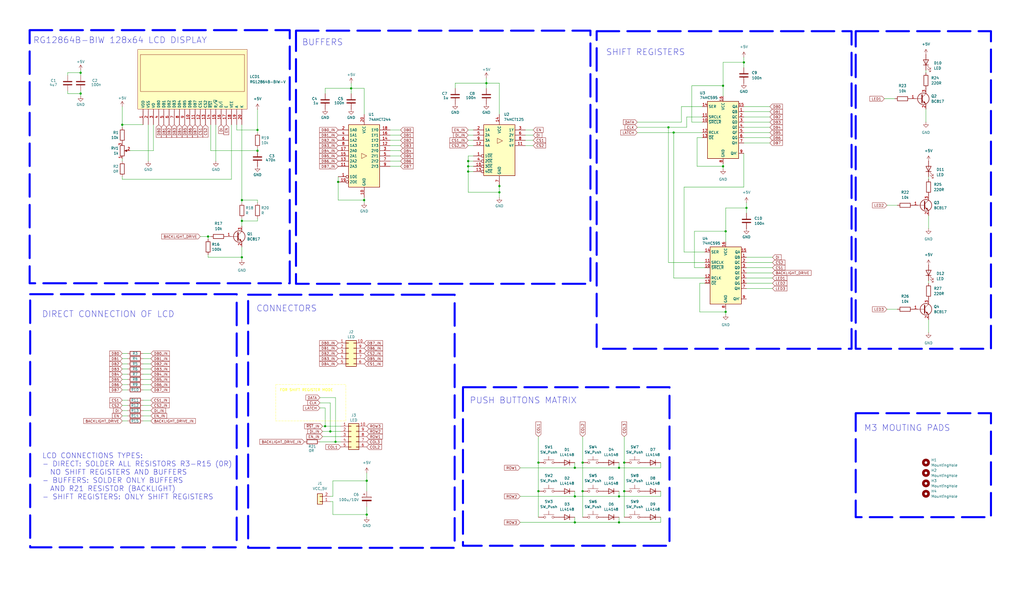
<source format=kicad_sch>
(kicad_sch (version 20250114) (generator "eeschema") (generator_version "9.0")
  (paper "User" 500 300)
  (rectangle (start 417.83 201.93) (end 483.87 252.73) (stroke (width 1) (type dash) (color 0 0 255 1)))
  (rectangle (start 226.06 189.23) (end 326.898 266.7) (stroke (width 1) (type dash) (color 0 0 255 1)))
  (rectangle (start 417.83 15.24) (end 483.87 170.434) (stroke (width 1) (type dash) (color 0 0 255 1)))
  (rectangle (start 291.338 15.24) (end 415.798 170.434) (stroke (width 1) (type dash) (color 0 0 255 1)))
  (rectangle (start 121.158 144.018) (end 221.996 267.716) (stroke (width 1) (type dash) (color 0 0 255 1)))
  (rectangle (start 14.478 14.732) (end 141.478 138.43) (stroke (width 1) (type dash) (color 0 0 255 1)))
  (rectangle (start 144.526 14.986) (end 288.29 138.684) (stroke (width 1) (type dash) (color 0 0 255 1)))
  (rectangle (start 14.732 143.764) (end 115.57 267.462) (stroke (width 1) (type dash) (color 0 0 255 1)))
  (rectangle (start 134.62 187.96) (end 168.91 205.74) (stroke (width 0.1) (type dash) (color 255 255 0 1)))
  (text "DIRECT CONNECTION OF LCD" (at 52.832 153.67 0) (effects (font (size 3 3))))
  (text "M3 MOUTING PADS" (at 442.976 209.296 0) (effects (font (size 3 3))))
  (text "PUSH BUTTONS MATRIX" (at 255.524 195.834 0) (effects (font (size 3 3))))
  (text "CONNECTORS" (at 139.954 150.876 0) (effects (font (size 3 3))))
  (text "LCD CONNECTIONS TYPES:\n- DIRECT: SOLDER ALL RESISTORS R3-R15 (0R)\n  NO SHIFT REGISTERS AND BUFFERS\n- BUFFERS: SOLDER ONLY BUFFERS \n  AND R21 RESISTOR (BACKLIGHT)\n- SHIFT REGISTERS: ONLY SHIFT REGISTERS" (at 20.574 232.918 0) (effects (font (size 2.5 2.5)) (justify left)))
  (text "BUFFERS" (at 157.48 20.828 0) (effects (font (size 3 3))))
  (text "RG12864B-BIW 128x64 LCD DISPLAY" (at 58.674 19.812 0) (effects (font (size 3 3))))
  (text "FOR SHIFT REGISTER MODE" (at 149.606 190.754 0) (effects (font (size 1.27 1.27))))
  (text "SHIFT REGISTERS" (at 315.214 25.654 0) (effects (font (size 3 3))))
  (junction (at 304.8 240.03))
  (junction (at 125.73 73.66))
  (junction (at 228.6 78.74))
  (junction (at 228.6 83.82))
  (junction (at 118.11 97.79))
  (junction (at 39.37 45.72))
  (junction (at 363.22 30.48))
  (junction (at 326.39 62.23))
  (junction (at 354.33 113.03))
  (junction (at 177.8 97.79))
  (junction (at 302.26 242.57))
  (junction (at 243.84 90.932))
  (junction (at 280.67 228.6))
  (junction (at 353.06 81.28))
  (junction (at 328.93 64.77))
  (junction (at 304.8 226.06))
  (junction (at 158.75 208.28))
  (junction (at 284.48 240.03))
  (junction (at 364.49 101.6))
  (junction (at 179.07 234.95))
  (junction (at 284.48 226.06))
  (junction (at 171.45 43.18))
  (junction (at 228.6 81.28))
  (junction (at 101.6 115.57))
  (junction (at 262.89 240.03))
  (junction (at 353.06 41.91))
  (junction (at 302.26 228.6))
  (junction (at 354.33 152.4))
  (junction (at 165.1 88.9))
  (junction (at 280.67 255.27))
  (junction (at 243.84 93.98))
  (junction (at 118.11 107.95))
  (junction (at 280.67 242.57))
  (junction (at 118.11 125.73))
  (junction (at 125.73 63.5))
  (junction (at 302.26 255.27))
  (junction (at 262.89 226.06))
  (junction (at 179.07 251.46))
  (junction (at 237.49 40.64))
  (junction (at 59.69 60.96))
  (junction (at 161.29 210.82))
  (junction (at 39.37 35.56))
  (junction (at 163.83 215.9))
  (wire (pts (xy 377.19 140.97) (xy 364.49 140.97)))
  (wire (pts (xy 195.58 81.28) (xy 190.5 81.28)))
  (wire (pts (xy 73.66 175.26) (xy 69.85 175.26)))
  (wire (pts (xy 73.66 180.34) (xy 69.85 180.34)))
  (wire (pts (xy 228.6 71.12) (xy 231.14 71.12)))
  (wire (pts (xy 326.39 62.23) (xy 326.39 128.27)))
  (wire (pts (xy 125.73 72.39) (xy 125.73 73.66)))
  (wire (pts (xy 62.23 203.2) (xy 59.69 203.2)))
  (wire (pts (xy 322.58 240.03) (xy 322.58 242.57)))
  (wire (pts (xy 254 242.57) (xy 280.67 242.57)))
  (wire (pts (xy 156.21 196.85) (xy 161.29 196.85)))
  (wire (pts (xy 243.84 55.88) (xy 243.84 40.64)))
  (wire (pts (xy 342.9 57.15) (xy 335.28 57.15)))
  (wire (pts (xy 284.48 226.06) (xy 284.48 240.03)))
  (wire (pts (xy 102.87 73.66) (xy 125.73 73.66)))
  (wire (pts (xy 157.48 213.36) (xy 166.37 213.36)))
  (wire (pts (xy 115.57 63.5) (xy 125.73 63.5)))
  (wire (pts (xy 73.66 190.5) (xy 69.85 190.5)))
  (wire (pts (xy 364.49 101.6) (xy 364.49 104.14)))
  (wire (pts (xy 364.49 130.81) (xy 377.19 130.81)))
  (wire (pts (xy 335.28 62.23) (xy 326.39 62.23)))
  (wire (pts (xy 118.11 125.73) (xy 118.11 127)))
  (wire (pts (xy 364.49 99.06) (xy 364.49 101.6)))
  (wire (pts (xy 156.21 194.31) (xy 163.83 194.31)))
  (wire (pts (xy 228.6 78.74) (xy 231.14 78.74)))
  (wire (pts (xy 344.17 138.43) (xy 341.63 138.43)))
  (wire (pts (xy 62.23 177.8) (xy 59.69 177.8)))
  (wire (pts (xy 33.02 35.56) (xy 33.02 36.83)))
  (wire (pts (xy 342.9 59.69) (xy 337.82 59.69)))
  (wire (pts (xy 340.36 81.28) (xy 353.06 81.28)))
  (wire (pts (xy 280.67 255.27) (xy 302.26 255.27)))
  (wire (pts (xy 364.49 101.6) (xy 354.33 101.6)))
  (wire (pts (xy 260.35 66.04) (xy 256.54 66.04)))
  (wire (pts (xy 62.23 185.42) (xy 59.69 185.42)))
  (wire (pts (xy 39.37 34.29) (xy 39.37 35.56)))
  (wire (pts (xy 118.11 107.95) (xy 125.73 107.95)))
  (wire (pts (xy 195.58 71.12) (xy 190.5 71.12)))
  (wire (pts (xy 328.93 64.77) (xy 328.93 135.89)))
  (wire (pts (xy 339.09 113.03) (xy 354.33 113.03)))
  (wire (pts (xy 363.22 67.31) (xy 375.92 67.31)))
  (wire (pts (xy 162.56 242.57) (xy 162.56 234.95)))
  (wire (pts (xy 311.15 64.77) (xy 328.93 64.77)))
  (wire (pts (xy 243.84 93.98) (xy 228.6 93.98)))
  (wire (pts (xy 354.33 101.6) (xy 354.33 113.03)))
  (wire (pts (xy 228.6 83.82) (xy 231.14 83.82)))
  (wire (pts (xy 328.93 135.89) (xy 344.17 135.89)))
  (wire (pts (xy 195.58 66.04) (xy 190.5 66.04)))
  (wire (pts (xy 431.8 48.26) (xy 436.88 48.26)))
  (wire (pts (xy 158.75 208.28) (xy 166.37 208.28)))
  (wire (pts (xy 364.49 133.35) (xy 377.19 133.35)))
  (wire (pts (xy 118.11 120.65) (xy 118.11 125.73)))
  (wire (pts (xy 39.37 46.99) (xy 39.37 45.72)))
  (wire (pts (xy 163.83 215.9) (xy 166.37 215.9)))
  (wire (pts (xy 179.07 251.46) (xy 179.07 252.73)))
  (wire (pts (xy 339.09 130.81) (xy 339.09 113.03)))
  (wire (pts (xy 337.82 59.69) (xy 337.82 41.91)))
  (wire (pts (xy 326.39 62.23) (xy 311.15 62.23)))
  (wire (pts (xy 115.57 60.96) (xy 115.57 63.5)))
  (wire (pts (xy 453.39 86.36) (xy 453.39 87.63)))
  (wire (pts (xy 363.22 54.61) (xy 375.92 54.61)))
  (wire (pts (xy 228.6 76.2) (xy 228.6 78.74)))
  (wire (pts (xy 62.23 182.88) (xy 59.69 182.88)))
  (wire (pts (xy 280.67 252.73) (xy 280.67 255.27)))
  (wire (pts (xy 326.39 128.27) (xy 344.17 128.27)))
  (wire (pts (xy 237.49 40.64) (xy 237.49 43.18)))
  (wire (pts (xy 118.11 107.95) (xy 118.11 110.49)))
  (wire (pts (xy 237.49 38.1) (xy 237.49 40.64)))
  (wire (pts (xy 62.23 200.66) (xy 59.69 200.66)))
  (wire (pts (xy 228.6 81.28) (xy 231.14 81.28)))
  (wire (pts (xy 59.69 60.96) (xy 69.85 60.96)))
  (wire (pts (xy 243.84 90.932) (xy 243.84 93.98)))
  (wire (pts (xy 63.5 73.66) (xy 74.93 73.66)))
  (wire (pts (xy 62.23 187.96) (xy 59.69 187.96)))
  (wire (pts (xy 228.6 68.58) (xy 231.14 68.58)))
  (wire (pts (xy 243.84 96.52) (xy 243.84 93.98)))
  (wire (pts (xy 73.66 195.58) (xy 69.85 195.58)))
  (wire (pts (xy 165.1 97.79) (xy 165.1 88.9)))
  (wire (pts (xy 262.89 252.73) (xy 262.89 240.03)))
  (wire (pts (xy 195.58 68.58) (xy 190.5 68.58)))
  (wire (pts (xy 62.23 190.5) (xy 59.69 190.5)))
  (wire (pts (xy 179.07 247.65) (xy 179.07 251.46)))
  (wire (pts (xy 377.19 138.43) (xy 364.49 138.43)))
  (wire (pts (xy 179.07 234.95) (xy 179.07 240.03)))
  (wire (pts (xy 101.6 115.57) (xy 102.87 115.57)))
  (wire (pts (xy 304.8 213.36) (xy 304.8 226.06)))
  (wire (pts (xy 195.58 73.66) (xy 190.5 73.66)))
  (wire (pts (xy 161.29 196.85) (xy 161.29 210.82)))
  (wire (pts (xy 332.74 59.69) (xy 311.15 59.69)))
  (wire (pts (xy 228.6 81.28) (xy 228.6 83.82)))
  (wire (pts (xy 165.1 88.9) (xy 165.1 86.36)))
  (wire (pts (xy 62.23 175.26) (xy 59.69 175.26)))
  (wire (pts (xy 195.58 76.2) (xy 190.5 76.2)))
  (wire (pts (xy 39.37 35.56) (xy 39.37 36.83)))
  (wire (pts (xy 118.11 97.79) (xy 118.11 99.06)))
  (wire (pts (xy 73.66 172.72) (xy 69.85 172.72)))
  (wire (pts (xy 162.56 251.46) (xy 162.56 245.11)))
  (wire (pts (xy 260.35 71.12) (xy 256.54 71.12)))
  (wire (pts (xy 228.6 63.5) (xy 231.14 63.5)))
  (wire (pts (xy 161.29 242.57) (xy 162.56 242.57)))
  (wire (pts (xy 177.8 99.06) (xy 177.8 97.79)))
  (wire (pts (xy 302.26 226.06) (xy 302.26 228.6)))
  (wire (pts (xy 73.66 187.96) (xy 69.85 187.96)))
  (wire (pts (xy 304.8 240.03) (xy 304.8 252.73)))
  (wire (pts (xy 254 228.6) (xy 280.67 228.6)))
  (wire (pts (xy 363.22 57.15) (xy 375.92 57.15)))
  (wire (pts (xy 171.45 43.18) (xy 171.45 45.72)))
  (wire (pts (xy 256.54 68.58) (xy 260.35 68.58)))
  (wire (pts (xy 59.69 87.63) (xy 59.69 86.36)))
  (wire (pts (xy 243.84 90.17) (xy 243.84 90.932)))
  (wire (pts (xy 161.29 210.82) (xy 166.37 210.82)))
  (wire (pts (xy 113.03 60.96) (xy 113.03 87.63)))
  (wire (pts (xy 157.48 208.28) (xy 158.75 208.28)))
  (wire (pts (xy 59.69 52.07) (xy 59.69 60.96)))
  (wire (pts (xy 280.67 240.03) (xy 280.67 242.57)))
  (wire (pts (xy 33.02 45.72) (xy 33.02 44.45)))
  (wire (pts (xy 72.39 78.74) (xy 72.39 60.96)))
  (wire (pts (xy 354.33 152.4) (xy 354.33 153.67)))
  (wire (pts (xy 101.6 124.46) (xy 101.6 125.73)))
  (wire (pts (xy 228.6 66.04) (xy 231.14 66.04)))
  (wire (pts (xy 363.22 59.69) (xy 375.92 59.69)))
  (wire (pts (xy 363.22 91.44) (xy 363.22 74.93)))
  (wire (pts (xy 62.23 180.34) (xy 59.69 180.34)))
  (wire (pts (xy 101.6 125.73) (xy 118.11 125.73)))
  (wire (pts (xy 171.45 40.64) (xy 171.45 43.18)))
  (wire (pts (xy 304.8 226.06) (xy 304.8 240.03)))
  (wire (pts (xy 177.8 55.88) (xy 177.8 43.18)))
  (wire (pts (xy 162.56 245.11) (xy 161.29 245.11)))
  (wire (pts (xy 280.67 226.06) (xy 280.67 228.6)))
  (wire (pts (xy 341.63 152.4) (xy 354.33 152.4)))
  (wire (pts (xy 195.58 78.74) (xy 190.5 78.74)))
  (wire (pts (xy 340.36 67.31) (xy 340.36 81.28)))
  (wire (pts (xy 280.67 242.57) (xy 302.26 242.57)))
  (wire (pts (xy 322.58 226.06) (xy 322.58 228.6)))
  (wire (pts (xy 353.06 80.01) (xy 353.06 81.28)))
  (wire (pts (xy 302.26 242.57) (xy 322.58 242.57)))
  (wire (pts (xy 59.69 87.63) (xy 113.03 87.63)))
  (wire (pts (xy 377.19 135.89) (xy 364.49 135.89)))
  (wire (pts (xy 157.48 210.82) (xy 161.29 210.82)))
  (wire (pts (xy 73.66 203.2) (xy 69.85 203.2)))
  (wire (pts (xy 332.74 52.07) (xy 332.74 59.69)))
  (wire (pts (xy 334.01 123.19) (xy 334.01 91.44)))
  (wire (pts (xy 222.25 43.18) (xy 222.25 40.64)))
  (wire (pts (xy 125.73 63.5) (xy 125.73 64.77)))
  (wire (pts (xy 118.11 97.79) (xy 125.73 97.79)))
  (wire (pts (xy 39.37 45.72) (xy 33.02 45.72)))
  (wire (pts (xy 73.66 177.8) (xy 69.85 177.8)))
  (wire (pts (xy 254 255.27) (xy 280.67 255.27)))
  (wire (pts (xy 302.26 252.73) (xy 302.26 255.27)))
  (wire (pts (xy 337.82 41.91) (xy 353.06 41.91)))
  (wire (pts (xy 62.23 205.74) (xy 59.69 205.74)))
  (wire (pts (xy 62.23 198.12) (xy 59.69 198.12)))
  (wire (pts (xy 73.66 200.66) (xy 69.85 200.66)))
  (wire (pts (xy 118.11 106.68) (xy 118.11 107.95)))
  (wire (pts (xy 334.01 91.44) (xy 363.22 91.44)))
  (wire (pts (xy 363.22 30.48) (xy 353.06 30.48)))
  (wire (pts (xy 228.6 76.2) (xy 231.14 76.2)))
  (wire (pts (xy 354.33 113.03) (xy 354.33 118.11)))
  (wire (pts (xy 118.11 60.96) (xy 118.11 97.79)))
  (wire (pts (xy 177.8 97.79) (xy 165.1 97.79)))
  (wire (pts (xy 62.23 195.58) (xy 59.69 195.58)))
  (wire (pts (xy 453.39 156.21) (xy 453.39 162.56)))
  (wire (pts (xy 156.21 199.39) (xy 158.75 199.39)))
  (wire (pts (xy 162.56 234.95) (xy 179.07 234.95)))
  (wire (pts (xy 342.9 67.31) (xy 340.36 67.31)))
  (wire (pts (xy 101.6 115.57) (xy 101.6 116.84)))
  (wire (pts (xy 453.39 105.41) (xy 453.39 111.76)))
  (wire (pts (xy 62.23 172.72) (xy 59.69 172.72)))
  (wire (pts (xy 280.67 228.6) (xy 302.26 228.6)))
  (wire (pts (xy 354.33 151.13) (xy 354.33 152.4)))
  (wire (pts (xy 158.75 45.72) (xy 158.75 43.18)))
  (wire (pts (xy 222.25 40.64) (xy 237.49 40.64)))
  (wire (pts (xy 363.22 30.48) (xy 363.22 33.02)))
  (wire (pts (xy 364.49 128.27) (xy 377.19 128.27)))
  (wire (pts (xy 363.22 27.94) (xy 363.22 30.48)))
  (wire (pts (xy 322.58 252.73) (xy 322.58 255.27)))
  (wire (pts (xy 59.69 77.47) (xy 59.69 78.74)))
  (wire (pts (xy 105.41 60.96) (xy 105.41 78.74)))
  (wire (pts (xy 262.89 226.06) (xy 262.89 240.03)))
  (wire (pts (xy 73.66 182.88) (xy 69.85 182.88)))
  (wire (pts (xy 97.79 115.57) (xy 101.6 115.57)))
  (wire (pts (xy 156.21 215.9) (xy 163.83 215.9)))
  (wire (pts (xy 163.83 194.31) (xy 163.83 215.9)))
  (wire (pts (xy 125.73 106.68) (xy 125.73 107.95)))
  (wire (pts (xy 302.26 240.03) (xy 302.26 242.57)))
  (wire (pts (xy 363.22 69.85) (xy 375.92 69.85)))
  (wire (pts (xy 452.12 53.34) (xy 452.12 59.69)))
  (wire (pts (xy 328.93 64.77) (xy 342.9 64.77)))
  (wire (pts (xy 125.73 97.79) (xy 125.73 99.06)))
  (wire (pts (xy 344.17 123.19) (xy 334.01 123.19)))
  (wire (pts (xy 158.75 43.18) (xy 171.45 43.18)))
  (wire (pts (xy 228.6 83.82) (xy 228.6 93.98)))
  (wire (pts (xy 284.48 213.36) (xy 284.48 226.06)))
  (wire (pts (xy 177.8 97.79) (xy 177.8 96.52)))
  (wire (pts (xy 433.07 100.33) (xy 438.15 100.33)))
  (wire (pts (xy 353.06 81.28) (xy 353.06 82.55)))
  (wire (pts (xy 284.48 240.03) (xy 284.48 252.73)))
  (wire (pts (xy 33.02 35.56) (xy 39.37 35.56)))
  (wire (pts (xy 73.66 185.42) (xy 69.85 185.42)))
  (wire (pts (xy 341.63 138.43) (xy 341.63 152.4)))
  (wire (pts (xy 363.22 64.77) (xy 375.92 64.77)))
  (wire (pts (xy 177.8 43.18) (xy 171.45 43.18)))
  (wire (pts (xy 195.58 63.5) (xy 190.5 63.5)))
  (wire (pts (xy 302.26 228.6) (xy 322.58 228.6)))
  (wire (pts (xy 260.35 63.5) (xy 256.54 63.5)))
  (wire (pts (xy 59.69 60.96) (xy 59.69 62.23)))
  (wire (pts (xy 179.07 231.14) (xy 179.07 234.95)))
  (wire (pts (xy 335.28 57.15) (xy 335.28 62.23)))
  (wire (pts (xy 344.17 130.81) (xy 339.09 130.81)))
  (wire (pts (xy 302.26 255.27) (xy 322.58 255.27)))
  (wire (pts (xy 453.39 137.16) (xy 453.39 138.43)))
  (wire (pts (xy 452.12 34.29) (xy 452.12 35.56)))
  (wire (pts (xy 74.93 73.66) (xy 74.93 60.96)))
  (wire (pts (xy 243.84 40.64) (xy 237.49 40.64)))
  (wire (pts (xy 433.07 151.13) (xy 438.15 151.13)))
  (wire (pts (xy 125.73 63.5) (xy 125.73 53.34)))
  (wire (pts (xy 353.06 41.91) (xy 353.06 46.99)))
  (wire (pts (xy 39.37 45.72) (xy 39.37 44.45)))
  (wire (pts (xy 102.87 60.96) (xy 102.87 73.66)))
  (wire (pts (xy 228.6 78.74) (xy 228.6 81.28)))
  (wire (pts (xy 73.66 205.74) (xy 69.85 205.74)))
  (wire (pts (xy 353.06 30.48) (xy 353.06 41.91)))
  (wire (pts (xy 363.22 62.23) (xy 375.92 62.23)))
  (wire (pts (xy 179.07 251.46) (xy 162.56 251.46)))
  (wire (pts (xy 364.49 125.73) (xy 377.19 125.73)))
  (wire (pts (xy 158.75 199.39) (xy 158.75 208.28)))
  (wire (pts (xy 342.9 52.07) (xy 332.74 52.07)))
  (wire (pts (xy 262.89 226.06) (xy 262.89 213.36)))
  (wire (pts (xy 363.22 52.07) (xy 375.92 52.07)))
  (wire (pts (xy 73.66 198.12) (xy 69.85 198.12)))
  (global_label "ROW2" (shape input) (at 179.07 210.82 0) (property "Intersheetrefs" "${INTERSHEET_REFS}" (effects (hide yes))))
  (global_label "DB2" (shape input) (at 375.92 57.15 0) (property "Intersheetrefs" "${INTERSHEET_REFS}" (effects (hide yes))))
  (global_label "DB7" (shape input) (at 195.58 81.28 0) (property "Intersheetrefs" "${INTERSHEET_REFS}" (effects (hide yes))))
  (global_label "CS2_IN" (shape input) (at 228.6 71.12 180) (property "Intersheetrefs" "${INTERSHEET_REFS}" (effects (hide yes))))
  (global_label "COL2" (shape input) (at 179.07 218.44 0) (property "Intersheetrefs" "${INTERSHEET_REFS}" (effects (hide yes))))
  (global_label "DB7" (shape input) (at 375.92 69.85 0) (property "Intersheetrefs" "${INTERSHEET_REFS}" (effects (hide yes))))
  (global_label "COL2" (shape input) (at 284.48 213.36 90) (property "Intersheetrefs" "${INTERSHEET_REFS}" (effects (hide yes))))
  (global_label "ROW3" (shape input) (at 179.07 208.28 0) (property "Intersheetrefs" "${INTERSHEET_REFS}" (effects (hide yes))))
  (global_label "DB0_IN" (shape input) (at 165.1 167.64 180) (property "Intersheetrefs" "${INTERSHEET_REFS}" (effects (hide yes))))
  (global_label "EN" (shape input) (at 260.35 63.5 0) (property "Intersheetrefs" "${INTERSHEET_REFS}" (effects (hide yes))))
  (global_label "DB3_IN" (shape input) (at 73.66 180.34 0) (property "Intersheetrefs" "${INTERSHEET_REFS}" (effects (hide yes))))
  (global_label "DB7" (shape input) (at 59.69 190.5 180) (property "Intersheetrefs" "${INTERSHEET_REFS}" (effects (hide yes))))
  (global_label "CS2_IN" (shape input) (at 73.66 198.12 0) (property "Intersheetrefs" "${INTERSHEET_REFS}" (effects (hide yes))))
  (global_label "LATCH" (shape input) (at 156.21 199.39 180) (property "Intersheetrefs" "${INTERSHEET_REFS}" (effects (hide yes))))
  (global_label "DB7" (shape input) (at 95.25 60.96 270) (property "Intersheetrefs" "${INTERSHEET_REFS}" (effects (hide yes))))
  (global_label "DB2" (shape input) (at 59.69 177.8 180) (property "Intersheetrefs" "${INTERSHEET_REFS}" (effects (hide yes))))
  (global_label "BACKLIGHT_DRIVE_IN" (shape input) (at 148.59 215.9 180) (property "Intersheetrefs" "${INTERSHEET_REFS}" (effects (hide yes))))
  (global_label "EN_IN" (shape input) (at 228.6 63.5 180) (property "Intersheetrefs" "${INTERSHEET_REFS}" (effects (hide yes))))
  (global_label "LED1" (shape input) (at 377.19 135.89 0) (property "Intersheetrefs" "${INTERSHEET_REFS}" (effects (hide yes))))
  (global_label "CLK" (shape input) (at 311.15 62.23 180) (property "Intersheetrefs" "${INTERSHEET_REFS}" (effects (hide yes))))
  (global_label "DB2" (shape input) (at 195.58 68.58 0) (property "Intersheetrefs" "${INTERSHEET_REFS}" (effects (hide yes))))
  (global_label "DB2" (shape input) (at 82.55 60.96 270) (property "Intersheetrefs" "${INTERSHEET_REFS}" (effects (hide yes))))
  (global_label "DB5_IN" (shape input) (at 165.1 76.2 180) (property "Intersheetrefs" "${INTERSHEET_REFS}" (effects (hide yes))))
  (global_label "EN" (shape input) (at 110.49 60.96 270) (property "Intersheetrefs" "${INTERSHEET_REFS}" (effects (hide yes))))
  (global_label "LED3" (shape input) (at 377.19 140.97 0) (property "Intersheetrefs" "${INTERSHEET_REFS}" (effects (hide yes))))
  (global_label "DB6_IN" (shape input) (at 165.1 78.74 180) (property "Intersheetrefs" "${INTERSHEET_REFS}" (effects (hide yes))))
  (global_label "CS1" (shape input) (at 59.69 195.58 180) (property "Intersheetrefs" "${INTERSHEET_REFS}" (effects (hide yes))))
  (global_label "DB5_IN" (shape input) (at 73.66 185.42 0) (property "Intersheetrefs" "${INTERSHEET_REFS}" (effects (hide yes))))
  (global_label "CS2" (shape input) (at 59.69 198.12 180) (property "Intersheetrefs" "${INTERSHEET_REFS}" (effects (hide yes))))
  (global_label "DATA" (shape input) (at 156.21 194.31 180) (property "Intersheetrefs" "${INTERSHEET_REFS}" (effects (hide yes))))
  (global_label "DB0" (shape input) (at 195.58 63.5 0) (property "Intersheetrefs" "${INTERSHEET_REFS}" (effects (hide yes))))
  (global_label "CS1_IN" (shape input) (at 177.8 177.8 0) (property "Intersheetrefs" "${INTERSHEET_REFS}" (effects (hide yes))))
  (global_label "DI" (shape input) (at 107.95 60.96 270) (property "Intersheetrefs" "${INTERSHEET_REFS}" (effects (hide yes))))
  (global_label "DB4" (shape input) (at 195.58 73.66 0) (property "Intersheetrefs" "${INTERSHEET_REFS}" (effects (hide yes))))
  (global_label "DB1_IN" (shape input) (at 165.1 66.04 180) (property "Intersheetrefs" "${INTERSHEET_REFS}" (effects (hide yes))))
  (global_label "DB0_IN" (shape input) (at 165.1 63.5 180) (property "Intersheetrefs" "${INTERSHEET_REFS}" (effects (hide yes))))
  (global_label "DB6_IN" (shape input) (at 177.8 170.18 0) (property "Intersheetrefs" "${INTERSHEET_REFS}" (effects (hide yes))))
  (global_label "DB6" (shape input) (at 92.71 60.96 270) (property "Intersheetrefs" "${INTERSHEET_REFS}" (effects (hide yes))))
  (global_label "DB3" (shape input) (at 59.69 180.34 180) (property "Intersheetrefs" "${INTERSHEET_REFS}" (effects (hide yes))))
  (global_label "COL3" (shape input) (at 304.8 213.36 90) (property "Intersheetrefs" "${INTERSHEET_REFS}" (effects (hide yes))))
  (global_label "LED2" (shape input) (at 433.07 100.33 180) (property "Intersheetrefs" "${INTERSHEET_REFS}" (effects (hide yes))))
  (global_label "ROW1" (shape input) (at 179.07 213.36 0) (property "Intersheetrefs" "${INTERSHEET_REFS}" (effects (hide yes))))
  (global_label "DB2_IN" (shape input) (at 73.66 177.8 0) (property "Intersheetrefs" "${INTERSHEET_REFS}" (effects (hide yes))))
  (global_label "DB5_IN" (shape input) (at 177.8 175.26 0) (property "Intersheetrefs" "${INTERSHEET_REFS}" (effects (hide yes))))
  (global_label "DB2_IN" (shape input) (at 165.1 172.72 180) (property "Intersheetrefs" "${INTERSHEET_REFS}" (effects (hide yes))))
  (global_label "DB0" (shape input) (at 59.69 172.72 180) (property "Intersheetrefs" "${INTERSHEET_REFS}" (effects (hide yes))))
  (global_label "DB0" (shape input) (at 77.47 60.96 270) (property "Intersheetrefs" "${INTERSHEET_REFS}" (effects (hide yes))))
  (global_label "DB4_IN" (shape input) (at 73.66 182.88 0) (property "Intersheetrefs" "${INTERSHEET_REFS}" (effects (hide yes))))
  (global_label "BACKLIGHT_DRIVE" (shape input) (at 59.69 205.74 180) (property "Intersheetrefs" "${INTERSHEET_REFS}" (effects (hide yes))))
  (global_label "DB5" (shape input) (at 59.69 185.42 180) (property "Intersheetrefs" "${INTERSHEET_REFS}" (effects (hide yes))))
  (global_label "DB1_IN" (shape input) (at 165.1 170.18 180) (property "Intersheetrefs" "${INTERSHEET_REFS}" (effects (hide yes))))
  (global_label "ROW1" (shape input) (at 254 228.6 180) (property "Intersheetrefs" "${INTERSHEET_REFS}" (effects (hide yes))))
  (global_label "DB1" (shape input) (at 59.69 175.26 180) (property "Intersheetrefs" "${INTERSHEET_REFS}" (effects (hide yes))))
  (global_label "LED2" (shape input) (at 377.19 138.43 0) (property "Intersheetrefs" "${INTERSHEET_REFS}" (effects (hide yes))))
  (global_label "EN" (shape input) (at 59.69 203.2 180) (property "Intersheetrefs" "${INTERSHEET_REFS}" (effects (hide yes))))
  (global_label "DB7_IN" (shape input) (at 73.66 190.5 0) (property "Intersheetrefs" "${INTERSHEET_REFS}" (effects (hide yes))))
  (global_label "DB3" (shape input) (at 195.58 71.12 0) (property "Intersheetrefs" "${INTERSHEET_REFS}" (effects (hide yes))))
  (global_label "DB1" (shape input) (at 375.92 54.61 0) (property "Intersheetrefs" "${INTERSHEET_REFS}" (effects (hide yes))))
  (global_label "DB7_IN" (shape input) (at 165.1 81.28 180) (property "Intersheetrefs" "${INTERSHEET_REFS}" (effects (hide yes))))
  (global_label "LED1" (shape input) (at 431.8 48.26 180) (property "Intersheetrefs" "${INTERSHEET_REFS}" (effects (hide yes))))
  (global_label "DI" (shape input) (at 377.19 125.73 0) (property "Intersheetrefs" "${INTERSHEET_REFS}" (effects (hide yes))))
  (global_label "CS1_IN" (shape input) (at 228.6 68.58 180) (property "Intersheetrefs" "${INTERSHEET_REFS}" (effects (hide yes))))
  (global_label "ROW3" (shape input) (at 254 255.27 180) (property "Intersheetrefs" "${INTERSHEET_REFS}" (effects (hide yes))))
  (global_label "DI_IN" (shape input) (at 157.48 210.82 180) (property "Intersheetrefs" "${INTERSHEET_REFS}" (effects (hide yes))))
  (global_label "DB7_IN" (shape input) (at 177.8 167.64 0) (property "Intersheetrefs" "${INTERSHEET_REFS}" (effects (hide yes))))
  (global_label "DB2_IN" (shape input) (at 165.1 68.58 180) (property "Intersheetrefs" "${INTERSHEET_REFS}" (effects (hide yes))))
  (global_label "CS2" (shape input) (at 260.35 71.12 0) (property "Intersheetrefs" "${INTERSHEET_REFS}" (effects (hide yes))))
  (global_label "DB1" (shape input) (at 80.01 60.96 270) (property "Intersheetrefs" "${INTERSHEET_REFS}" (effects (hide yes))))
  (global_label "COL1" (shape input) (at 166.37 218.44 180) (property "Intersheetrefs" "${INTERSHEET_REFS}" (effects (hide yes))))
  (global_label "DB3_IN" (shape input) (at 165.1 71.12 180) (property "Intersheetrefs" "${INTERSHEET_REFS}" (effects (hide yes))))
  (global_label "DB5" (shape input) (at 375.92 64.77 0) (property "Intersheetrefs" "${INTERSHEET_REFS}" (effects (hide yes))))
  (global_label "LATCH" (shape input) (at 311.15 64.77 180) (property "Intersheetrefs" "${INTERSHEET_REFS}" (effects (hide yes))))
  (global_label "DB5" (shape input) (at 90.17 60.96 270) (property "Intersheetrefs" "${INTERSHEET_REFS}" (effects (hide yes))))
  (global_label "DI_IN" (shape input) (at 228.6 66.04 180) (property "Intersheetrefs" "${INTERSHEET_REFS}" (effects (hide yes))))
  (global_label "DB3" (shape input) (at 375.92 59.69 0) (property "Intersheetrefs" "${INTERSHEET_REFS}" (effects (hide yes))))
  (global_label "DB4" (shape input) (at 59.69 182.88 180) (property "Intersheetrefs" "${INTERSHEET_REFS}" (effects (hide yes))))
  (global_label "COL1" (shape input) (at 262.89 213.36 90) (property "Intersheetrefs" "${INTERSHEET_REFS}" (effects (hide yes))))
  (global_label "CS2" (shape input) (at 377.19 128.27 0) (property "Intersheetrefs" "${INTERSHEET_REFS}" (effects (hide yes))))
  (global_label "DB6_IN" (shape input) (at 73.66 187.96 0) (property "Intersheetrefs" "${INTERSHEET_REFS}" (effects (hide yes))))
  (global_label "DB3_IN" (shape input) (at 165.1 175.26 180) (property "Intersheetrefs" "${INTERSHEET_REFS}" (effects (hide yes))))
  (global_label "DI" (shape input) (at 260.35 66.04 0) (property "Intersheetrefs" "${INTERSHEET_REFS}" (effects (hide yes))))
  (global_label "DB0_IN" (shape input) (at 73.66 172.72 0) (property "Intersheetrefs" "${INTERSHEET_REFS}" (effects (hide yes))))
  (global_label "BACKLIGHT_DRIVE_IN" (shape input) (at 73.66 205.74 0) (property "Intersheetrefs" "${INTERSHEET_REFS}" (effects (hide yes))))
  (global_label "DB4_IN" (shape input) (at 165.1 73.66 180) (property "Intersheetrefs" "${INTERSHEET_REFS}" (effects (hide yes))))
  (global_label "CS1" (shape input) (at 377.19 130.81 0) (property "Intersheetrefs" "${INTERSHEET_REFS}" (effects (hide yes))))
  (global_label "BACKLIGHT_DRIVE" (shape input) (at 97.79 115.57 180) (property "Intersheetrefs" "${INTERSHEET_REFS}" (effects (hide yes))))
  (global_label "DB0" (shape input) (at 375.92 52.07 0) (property "Intersheetrefs" "${INTERSHEET_REFS}" (effects (hide yes))))
  (global_label "DB3" (shape input) (at 85.09 60.96 270) (property "Intersheetrefs" "${INTERSHEET_REFS}" (effects (hide yes))))
  (global_label "DB4" (shape input) (at 375.92 62.23 0) (property "Intersheetrefs" "${INTERSHEET_REFS}" (effects (hide yes))))
  (global_label "EN_IN" (shape input) (at 73.66 203.2 0) (property "Intersheetrefs" "${INTERSHEET_REFS}" (effects (hide yes))))
  (global_label "DB6" (shape input) (at 195.58 78.74 0) (property "Intersheetrefs" "${INTERSHEET_REFS}" (effects (hide yes))))
  (global_label "EN_IN" (shape input) (at 157.48 213.36 180) (property "Intersheetrefs" "${INTERSHEET_REFS}" (effects (hide yes))))
  (global_label "DB1" (shape input) (at 195.58 66.04 0) (property "Intersheetrefs" "${INTERSHEET_REFS}" (effects (hide yes))))
  (global_label "DB1_IN" (shape input) (at 73.66 175.26 0) (property "Intersheetrefs" "${INTERSHEET_REFS}" (effects (hide yes))))
  (global_label "CS2_IN" (shape input) (at 177.8 172.72 0) (property "Intersheetrefs" "${INTERSHEET_REFS}" (effects (hide yes))))
  (global_label "ROW2" (shape input) (at 254 242.57 180) (property "Intersheetrefs" "${INTERSHEET_REFS}" (effects (hide yes))))
  (global_label "DB6" (shape input) (at 375.92 67.31 0) (property "Intersheetrefs" "${INTERSHEET_REFS}" (effects (hide yes))))
  (global_label "LED3" (shape input) (at 433.07 151.13 180) (property "Intersheetrefs" "${INTERSHEET_REFS}" (effects (hide yes))))
  (global_label "CS1_IN" (shape input) (at 73.66 195.58 0) (property "Intersheetrefs" "${INTERSHEET_REFS}" (effects (hide yes))))
  (global_label "~{RST}_IN" (shape input) (at 157.48 208.28 180) (property "Intersheetrefs" "${INTERSHEET_REFS}" (effects (hide yes))))
  (global_label "DB6" (shape input) (at 59.69 187.96 180) (property "Intersheetrefs" "${INTERSHEET_REFS}" (effects (hide yes))))
  (global_label "CS1" (shape input) (at 97.79 60.96 270) (property "Intersheetrefs" "${INTERSHEET_REFS}" (effects (hide yes))))
  (global_label "BACKLIGHT_DRIVE" (shape input) (at 377.19 133.35 0) (property "Intersheetrefs" "${INTERSHEET_REFS}" (effects (hide yes))))
  (global_label "COL3" (shape input) (at 179.07 215.9 0) (property "Intersheetrefs" "${INTERSHEET_REFS}" (effects (hide yes))))
  (global_label "CS1" (shape input) (at 260.35 68.58 0) (property "Intersheetrefs" "${INTERSHEET_REFS}" (effects (hide yes))))
  (global_label "DI" (shape input) (at 59.69 200.66 180) (property "Intersheetrefs" "${INTERSHEET_REFS}" (effects (hide yes))))
  (global_label "DATA" (shape input) (at 311.15 59.69 180) (property "Intersheetrefs" "${INTERSHEET_REFS}" (effects (hide yes))))
  (global_label "CS2" (shape input) (at 100.33 60.96 270) (property "Intersheetrefs" "${INTERSHEET_REFS}" (effects (hide yes))))
  (global_label "DB4" (shape input) (at 87.63 60.96 270) (property "Intersheetrefs" "${INTERSHEET_REFS}" (effects (hide yes))))
  (global_label "DB4_IN" (shape input) (at 165.1 177.8 180) (property "Intersheetrefs" "${INTERSHEET_REFS}" (effects (hide yes))))
  (global_label "DI_IN" (shape input) (at 73.66 200.66 0) (property "Intersheetrefs" "${INTERSHEET_REFS}" (effects (hide yes))))
  (global_label "DB5" (shape input) (at 195.58 76.2 0) (property "Intersheetrefs" "${INTERSHEET_REFS}" (effects (hide yes))))
  (global_label "CLK" (shape input) (at 156.21 196.85 180) (property "Intersheetrefs" "${INTERSHEET_REFS}" (effects (hide yes))))
  (symbol (lib_id "power:+5V") (at 39.37 34.29 0) (unit 1)
    (property "Reference" "#PWR01" (effects (hide yes)))
    (property "Value" "+5V" (at 39.37 30.1569 0))
    (property "Description" "Power symbol creates a global label with name \"+5V\"" (effects (hide yes)))
  )
  (symbol (lib_id "Switch:SW_Push") (at 289.56 226.06 0) (unit 1)
    (property "Reference" "SW4" (at 289.56 218.44 0))
    (property "Value" "SW_Push" (at 289.56 220.98 0))
    (property "Footprint" "My-Footprints:SW_PUSH_6mm" (effects (hide yes)))
    (property "Description" "Push button switch, generic, two pins" (effects (hide yes)))
  )
  (symbol (lib_id "power:+5V") (at 453.39 78.74 0) (unit 1)
    (property "Reference" "#PWR027" (effects (hide yes)))
    (property "Value" "+5V" (at 453.39 73.66 0))
    (property "Description" "Power symbol creates a global label with name \"+5V\"" (effects (hide yes)))
  )
  (symbol (lib_id "Device:R") (at 66.04 190.5 90) (unit 1)
    (property "Reference" "R10" (at 67.818 190.5 90) (effects (justify left)))
    (property "Value" "0R" (effects (hide yes)))
    (property "Footprint" "Resistor_SMD:R_0805_2012Metric_Pad1.20x1.40mm_HandSolder" (effects (hide yes)))
    (property "Description" "Resistor" (effects (hide yes)))
  )
  (symbol (lib_id "Device:R_Potentiometer") (at 59.69 73.66 0) (mirror x) (unit 1)
    (property "Reference" "RV1" (at 57.912 72.4478 0) (effects (justify right)))
    (property "Value" "1k" (at 57.912 74.8721 0) (effects (justify right)))
    (property "Footprint" "Potentiometer_THT:Potentiometer_ACP_CA9-V10_Vertical_Hole" (effects (hide yes)))
    (property "Description" "Potentiometer" (effects (hide yes)))
  )
  (symbol (lib_id "Diode:LL4148") (at 298.45 252.73 180) (unit 1)
    (property "Reference" "D6" (at 298.45 246.38 0))
    (property "Value" "LL4148" (at 298.45 248.92 0))
    (property "Footprint" "Diode_SMD:D_MiniMELF" (effects (hide yes)))
    (property "Datasheet" "http://www.vishay.com/docs/85557/ll4148.pdf" (effects (hide yes)))
    (property "Description" "100V 0.15A standard switching diode, MiniMELF" (effects (hide yes)))
    (property "Sim.Device" "D" (effects (hide yes)))
    (property "Sim.Pins" "1=K 2=A" (effects (hide yes)))
  )
  (symbol (lib_id "Device:R") (at 106.68 115.57 90) (unit 1)
    (property "Reference" "R17" (at 106.68 109.22 90))
    (property "Value" "10k" (at 106.68 111.76 90))
    (property "Footprint" "Resistor_SMD:R_0805_2012Metric_Pad1.20x1.40mm_HandSolder" (effects (hide yes)))
    (property "Description" "Resistor" (effects (hide yes)))
  )
  (symbol (lib_id "Diode:LL4148") (at 276.86 240.03 180) (unit 1)
    (property "Reference" "D2" (at 276.86 233.68 0))
    (property "Value" "LL4148" (at 276.86 236.22 0))
    (property "Footprint" "Diode_SMD:D_MiniMELF" (effects (hide yes)))
    (property "Datasheet" "http://www.vishay.com/docs/85557/ll4148.pdf" (effects (hide yes)))
    (property "Description" "100V 0.15A standard switching diode, MiniMELF" (effects (hide yes)))
    (property "Sim.Device" "D" (effects (hide yes)))
    (property "Sim.Pins" "1=K 2=A" (effects (hide yes)))
  )
  (symbol (lib_id "Device:R") (at 59.69 66.04 0) (mirror y) (unit 1)
    (property "Reference" "R1" (at 57.912 64.8278 0) (effects (justify left)))
    (property "Value" "10k" (at 57.912 67.2521 0) (effects (justify left)))
    (property "Footprint" "Resistor_SMD:R_0805_2012Metric_Pad1.20x1.40mm_HandSolder" (effects (hide yes)))
    (property "Description" "Resistor" (effects (hide yes)))
  )
  (symbol (lib_id "Device:R") (at 66.04 203.2 90) (unit 1)
    (property "Reference" "R14" (at 67.818 203.2 90) (effects (justify left)))
    (property "Value" "0R" (effects (hide yes)))
    (property "Footprint" "Resistor_SMD:R_0805_2012Metric_Pad1.20x1.40mm_HandSolder" (effects (hide yes)))
    (property "Description" "Resistor" (effects (hide yes)))
  )
  (symbol (lib_id "My-Lib:RG12864B-BIW-V") (at 120.65 53.34 0) (unit 1)
    (property "Reference" "LCD1" (at 121.92 37.4649 0) (effects (justify left)))
    (property "Value" "RG12864B-BIW-V" (at 121.92 40.0049 0) (effects (justify left)))
    (property "Footprint" "My-Footprints-displays:RG12864B_FULL" (effects (hide yes)))
    (property "Datasheet" "https://www.tme.eu/Document/b0a3d4143b6845d2f1c76727d41198ca/RG12864B-BIW-V.pdf" (effects (hide yes)))
  )
  (symbol (lib_id "Device:R") (at 125.73 102.87 0) (unit 1)
    (property "Reference" "R20" (at 127.508 101.6 0) (effects (justify left)))
    (property "Value" "R" (at 127.508 104.14 0) (effects (justify left)))
    (property "Footprint" "Resistor_SMD:R_1206_3216Metric" (effects (hide yes)))
    (property "Description" "Resistor" (effects (hide yes)))
  )
  (symbol (lib_id "Device:C") (at 363.22 36.83 0) (unit 1)
    (property "Reference" "C9" (at 367.03 35.5599 0) (effects (justify left)))
    (property "Value" "100n" (at 367.03 38.0999 0) (effects (justify left)))
    (property "Footprint" "Capacitor_SMD:C_0805_2012Metric" (effects (hide yes)))
    (property "Description" "Unpolarized capacitor" (effects (hide yes)))
  )
  (symbol (lib_id "Device:R") (at 101.6 120.65 180) (unit 1)
    (property "Reference" "R16" (at 103.378 119.4378 0) (effects (justify right)))
    (property "Value" "100k" (at 103.378 121.8621 0) (effects (justify right)))
    (property "Footprint" "Resistor_SMD:R_0805_2012Metric_Pad1.20x1.40mm_HandSolder" (effects (hide yes)))
    (property "Description" "Resistor" (effects (hide yes)))
  )
  (symbol (lib_id "power:GND") (at 177.8 99.06 0) (unit 1)
    (property "Reference" "#PWR012" (effects (hide yes)))
    (property "Value" "GND" (at 177.8 103.1931 0))
    (property "Description" "Power symbol creates a global label with name \"GND\" , ground" (effects (hide yes)))
  )
  (symbol (lib_id "Device:R") (at 118.11 102.87 0) (unit 1)
    (property "Reference" "R18" (at 119.888 101.6 0) (effects (justify left)))
    (property "Value" "R" (at 119.888 104.14 0) (effects (justify left)))
    (property "Footprint" "Resistor_SMD:R_1206_3216Metric" (effects (hide yes)))
    (property "Description" "Resistor" (effects (hide yes)))
  )
  (symbol (lib_id "Device:R") (at 66.04 180.34 90) (unit 1)
    (property "Reference" "R6" (at 67.31 180.34 90) (effects (justify left)))
    (property "Value" "0R" (effects (hide yes)))
    (property "Footprint" "Resistor_SMD:R_0805_2012Metric_Pad1.20x1.40mm_HandSolder" (effects (hide yes)))
    (property "Description" "Resistor" (effects (hide yes)))
  )
  (symbol (lib_id "power:GND") (at 72.39 78.74 0) (unit 1)
    (property "Reference" "#PWR04" (effects (hide yes)))
    (property "Value" "GND" (at 72.39 82.8731 0))
    (property "Description" "Power symbol creates a global label with name \"GND\" , ground" (effects (hide yes)))
  )
  (symbol (lib_id "Transistor_BJT:BC817") (at 450.85 100.33 0) (unit 1)
    (property "Reference" "Q3" (at 455.93 99.0599 0) (effects (justify left)))
    (property "Value" "BC817" (at 455.93 101.5999 0) (effects (justify left)))
    (property "Footprint" "Package_TO_SOT_SMD:SOT-23" (effects (hide yes)))
    (property "Datasheet" "https://www.onsemi.com/pub/Collateral/BC818-D.pdf" (effects (hide yes)))
    (property "Description" "0.8A Ic, 45V Vce, NPN Transistor, SOT-23" (effects (hide yes)))
  )
  (symbol (lib_id "Device:LED") (at 452.12 30.48 90) (unit 1)
    (property "Reference" "D10" (at 455.93 30.7974 90) (effects (justify right)))
    (property "Value" "LED" (at 455.93 33.3374 90) (effects (justify right)))
    (property "Footprint" "LED_THT:LED_D5.0mm" (effects (hide yes)))
    (property "Description" "Light emitting diode" (effects (hide yes)))
    (property "Sim.Pins" "1=K 2=A" (effects (hide yes)))
  )
  (symbol (lib_id "Switch:SW_Push") (at 289.56 252.73 0) (unit 1)
    (property "Reference" "SW6" (at 289.56 245.11 0))
    (property "Value" "SW_Push" (at 289.56 247.65 0))
    (property "Footprint" "My-Footprints:SW_PUSH_6mm" (effects (hide yes)))
    (property "Description" "Push button switch, generic, two pins" (effects (hide yes)))
  )
  (symbol (lib_id "Switch:SW_Push") (at 309.88 226.06 0) (unit 1)
    (property "Reference" "SW7" (at 309.88 218.44 0))
    (property "Value" "SW_Push" (at 309.88 220.98 0))
    (property "Footprint" "My-Footprints:SW_PUSH_6mm" (effects (hide yes)))
    (property "Description" "Push button switch, generic, two pins" (effects (hide yes)))
  )
  (symbol (lib_id "Device:R") (at 152.4 215.9 90) (unit 1)
    (property "Reference" "R21" (at 154.432 218.186 90) (effects (justify left)))
    (property "Value" "0R" (at 153.416 220.218 90) (effects (justify left)))
    (property "Footprint" "Resistor_SMD:R_0805_2012Metric_Pad1.20x1.40mm_HandSolder" (effects (hide yes)))
    (property "Description" "Resistor" (effects (hide yes)))
  )
  (symbol (lib_id "power:GND") (at 222.25 50.8 0) (unit 1)
    (property "Reference" "#PWR015" (effects (hide yes)))
    (property "Value" "GND" (at 222.25 54.9331 0))
    (property "Description" "Power symbol creates a global label with name \"GND\" , ground" (effects (hide yes)))
  )
  (symbol (lib_id "Device:C") (at 39.37 40.64 0) (mirror y) (unit 1)
    (property "Reference" "C2" (at 44.958 39.37 0) (effects (justify right)))
    (property "Value" "100n" (at 44.45 41.402 0) (effects (justify right)))
    (property "Footprint" "Capacitor_SMD:C_0805_2012Metric_Pad1.18x1.45mm_HandSolder" (effects (hide yes)))
    (property "Description" "Unpolarized capacitor" (effects (hide yes)))
  )
  (symbol (lib_id "power:GND") (at 452.12 59.69 0) (unit 1)
    (property "Reference" "#PWR026" (effects (hide yes)))
    (property "Value" "GND" (at 452.12 64.77 0))
    (property "Description" "Power symbol creates a global label with name \"GND\" , ground" (effects (hide yes)))
  )
  (symbol (lib_id "Transistor_BJT:BC817") (at 115.57 115.57 0) (unit 1)
    (property "Reference" "Q1" (at 120.65 114.2999 0) (effects (justify left)))
    (property "Value" "BC817" (at 120.65 116.8399 0) (effects (justify left)))
    (property "Footprint" "Package_TO_SOT_SMD:SOT-23" (effects (hide yes)))
    (property "Datasheet" "https://www.onsemi.com/pub/Collateral/BC818-D.pdf" (effects (hide yes)))
    (property "Description" "0.8A Ic, 45V Vce, NPN Transistor, SOT-23" (effects (hide yes)))
  )
  (symbol (lib_id "Mechanical:MountingHole") (at 452.12 231.14 0) (unit 1) (in_bom no)
    (property "Reference" "H2" (at 454.66 229.8699 0) (effects (justify left)))
    (property "Value" "MountingHole" (at 454.66 232.4099 0) (effects (justify left)))
    (property "Footprint" "My-Footprints:Mount-Hole-3mm" (effects (hide yes)))
    (property "Description" "Mounting Hole without connection" (effects (hide yes)))
  )
  (symbol (lib_id "Diode:LL4148") (at 298.45 226.06 180) (unit 1)
    (property "Reference" "D4" (at 298.45 219.71 0))
    (property "Value" "LL4148" (at 298.45 222.25 0))
    (property "Footprint" "Diode_SMD:D_MiniMELF" (effects (hide yes)))
    (property "Datasheet" "http://www.vishay.com/docs/85557/ll4148.pdf" (effects (hide yes)))
    (property "Description" "100V 0.15A standard switching diode, MiniMELF" (effects (hide yes)))
    (property "Sim.Device" "D" (effects (hide yes)))
    (property "Sim.Pins" "1=K 2=A" (effects (hide yes)))
  )
  (symbol (lib_id "Device:R") (at 441.96 100.33 90) (unit 1)
    (property "Reference" "R22" (at 441.96 93.98 90))
    (property "Value" "10k" (at 441.96 96.52 90))
    (property "Footprint" "Resistor_SMD:R_0805_2012Metric_Pad1.20x1.40mm_HandSolder" (effects (hide yes)))
    (property "Description" "Resistor" (effects (hide yes)))
  )
  (symbol (lib_id "Device:C") (at 237.49 46.99 0) (unit 1)
    (property "Reference" "C8" (at 231.902 45.72 0) (effects (justify right)))
    (property "Value" "100n" (at 232.41 47.752 0) (effects (justify right)))
    (property "Footprint" "Capacitor_SMD:C_0805_2012Metric_Pad1.18x1.45mm_HandSolder" (effects (hide yes)))
    (property "Description" "Unpolarized capacitor" (effects (hide yes)))
  )
  (symbol (lib_id "Diode:LL4148") (at 298.45 240.03 180) (unit 1)
    (property "Reference" "D5" (at 298.45 233.68 0))
    (property "Value" "LL4148" (at 298.45 236.22 0))
    (property "Footprint" "Diode_SMD:D_MiniMELF" (effects (hide yes)))
    (property "Datasheet" "http://www.vishay.com/docs/85557/ll4148.pdf" (effects (hide yes)))
    (property "Description" "100V 0.15A standard switching diode, MiniMELF" (effects (hide yes)))
    (property "Sim.Device" "D" (effects (hide yes)))
    (property "Sim.Pins" "1=K 2=A" (effects (hide yes)))
  )
  (symbol (lib_id "Mechanical:MountingHole") (at 452.12 241.3 0) (unit 1) (in_bom no)
    (property "Reference" "H4" (at 454.66 240.0299 0) (effects (justify left)))
    (property "Value" "MountingHole" (at 454.66 242.5699 0) (effects (justify left)))
    (property "Footprint" "My-Footprints:Mount-Hole-3mm" (effects (hide yes)))
    (property "Description" "Mounting Hole without connection" (effects (hide yes)))
  )
  (symbol (lib_id "Device:R") (at 66.04 172.72 90) (unit 1)
    (property "Reference" "R3" (at 67.31 172.72 90) (effects (justify left)))
    (property "Value" "0R" (effects (hide yes)))
    (property "Footprint" "Resistor_SMD:R_0805_2012Metric_Pad1.20x1.40mm_HandSolder" (effects (hide yes)))
    (property "Description" "Resistor" (effects (hide yes)))
  )
  (symbol (lib_id "power:+5V") (at 125.73 53.34 0) (unit 1)
    (property "Reference" "#PWR07" (effects (hide yes)))
    (property "Value" "+5V" (at 125.73 48.26 0))
    (property "Description" "Power symbol creates a global label with name \"+5V\"" (effects (hide yes)))
  )
  (symbol (lib_id "Device:R") (at 440.69 48.26 90) (unit 1)
    (property "Reference" "R23" (at 440.69 41.91 90))
    (property "Value" "10k" (at 440.69 44.45 90))
    (property "Footprint" "Resistor_SMD:R_0805_2012Metric_Pad1.20x1.40mm_HandSolder" (effects (hide yes)))
    (property "Description" "Resistor" (effects (hide yes)))
  )
  (symbol (lib_id "Diode:LL4148") (at 318.77 240.03 180) (unit 1)
    (property "Reference" "D8" (at 318.77 233.68 0))
    (property "Value" "LL4148" (at 318.77 236.22 0))
    (property "Footprint" "Diode_SMD:D_MiniMELF" (effects (hide yes)))
    (property "Datasheet" "http://www.vishay.com/docs/85557/ll4148.pdf" (effects (hide yes)))
    (property "Description" "100V 0.15A standard switching diode, MiniMELF" (effects (hide yes)))
    (property "Sim.Device" "D" (effects (hide yes)))
    (property "Sim.Pins" "1=K 2=A" (effects (hide yes)))
  )
  (symbol (lib_id "My-Lib:74HCT125") (at 243.84 72.39 0) (unit 1)
    (property "Reference" "U2" (at 245.9833 55.88 0) (effects (justify left)))
    (property "Value" "74HCT125" (at 245.9833 58.42 0) (effects (justify left)))
    (property "Footprint" "Package_SO:SO-14_3.9x8.65mm_P1.27mm" (effects (hide yes)))
    (property "Datasheet" "https://assets.nexperia.com/documents/data-sheet/74AHC_AHCT244.pdf" (effects (hide yes)))
    (property "Description" "8-bit Buffer/Line Driver 3-state" (effects (hide yes)))
  )
  (symbol (lib_id "Device:R") (at 452.12 39.37 180) (unit 1)
    (property "Reference" "R24" (at 454.66 38.0999 0) (effects (justify right)))
    (property "Value" "220R" (at 454.66 40.6399 0) (effects (justify right)))
    (property "Footprint" "Resistor_SMD:R_0805_2012Metric_Pad1.20x1.40mm_HandSolder" (effects (hide yes)))
    (property "Description" "Resistor" (effects (hide yes)))
  )
  (symbol (lib_id "Diode:LL4148") (at 318.77 252.73 180) (unit 1)
    (property "Reference" "D9" (at 318.77 246.38 0))
    (property "Value" "LL4148" (at 318.77 248.92 0))
    (property "Footprint" "Diode_SMD:D_MiniMELF" (effects (hide yes)))
    (property "Datasheet" "http://www.vishay.com/docs/85557/ll4148.pdf" (effects (hide yes)))
    (property "Description" "100V 0.15A standard switching diode, MiniMELF" (effects (hide yes)))
    (property "Sim.Device" "D" (effects (hide yes)))
    (property "Sim.Pins" "1=K 2=A" (effects (hide yes)))
  )
  (symbol (lib_id "Device:R") (at 453.39 91.44 180) (unit 1)
    (property "Reference" "R25" (at 455.93 90.1699 0) (effects (justify right)))
    (property "Value" "220R" (at 455.93 92.7099 0) (effects (justify right)))
    (property "Footprint" "Resistor_SMD:R_0805_2012Metric_Pad1.20x1.40mm_HandSolder" (effects (hide yes)))
    (property "Description" "Resistor" (effects (hide yes)))
  )
  (symbol (lib_id "Device:R") (at 66.04 198.12 90) (unit 1)
    (property "Reference" "R12" (at 67.818 198.12 90) (effects (justify left)))
    (property "Value" "0R" (effects (hide yes)))
    (property "Footprint" "Resistor_SMD:R_0805_2012Metric_Pad1.20x1.40mm_HandSolder" (effects (hide yes)))
    (property "Description" "Resistor" (effects (hide yes)))
  )
  (symbol (lib_id "Transistor_BJT:BC817") (at 450.85 151.13 0) (unit 1)
    (property "Reference" "Q4" (at 455.93 149.8599 0) (effects (justify left)))
    (property "Value" "BC817" (at 455.93 152.3999 0) (effects (justify left)))
    (property "Footprint" "Package_TO_SOT_SMD:SOT-23" (effects (hide yes)))
    (property "Datasheet" "https://www.onsemi.com/pub/Collateral/BC818-D.pdf" (effects (hide yes)))
    (property "Description" "0.8A Ic, 45V Vce, NPN Transistor, SOT-23" (effects (hide yes)))
  )
  (symbol (lib_id "Transistor_BJT:BC817") (at 449.58 48.26 0) (unit 1)
    (property "Reference" "Q2" (at 454.66 46.9899 0) (effects (justify left)))
    (property "Value" "BC817" (at 454.66 49.5299 0) (effects (justify left)))
    (property "Footprint" "Package_TO_SOT_SMD:SOT-23" (effects (hide yes)))
    (property "Datasheet" "https://www.onsemi.com/pub/Collateral/BC818-D.pdf" (effects (hide yes)))
    (property "Description" "0.8A Ic, 45V Vce, NPN Transistor, SOT-23" (effects (hide yes)))
  )
  (symbol (lib_id "Switch:SW_Push") (at 267.97 252.73 0) (unit 1)
    (property "Reference" "SW3" (at 267.97 245.11 0))
    (property "Value" "SW_Push" (at 267.97 247.65 0))
    (property "Footprint" "My-Footprints:SW_PUSH_6mm" (effects (hide yes)))
    (property "Description" "Push button switch, generic, two pins" (effects (hide yes)))
  )
  (symbol (lib_id "power:GND") (at 125.73 81.28 0) (unit 1)
    (property "Reference" "#PWR08" (effects (hide yes)))
    (property "Value" "GND" (at 125.73 85.4131 0))
    (property "Description" "Power symbol creates a global label with name \"GND\" , ground" (effects (hide yes)))
  )
  (symbol (lib_id "Device:LED") (at 453.39 82.55 90) (unit 1)
    (property "Reference" "D11" (at 457.2 82.8674 90) (effects (justify right)))
    (property "Value" "LED" (at 457.2 85.4074 90) (effects (justify right)))
    (property "Footprint" "LED_THT:LED_D5.0mm" (effects (hide yes)))
    (property "Description" "Light emitting diode" (effects (hide yes)))
    (property "Sim.Pins" "1=K 2=A" (effects (hide yes)))
  )
  (symbol (lib_id "Switch:SW_Push") (at 309.88 252.73 0) (unit 1)
    (property "Reference" "SW9" (at 309.88 245.11 0))
    (property "Value" "SW_Push" (at 309.88 247.65 0))
    (property "Footprint" "My-Footprints:SW_PUSH_6mm" (effects (hide yes)))
    (property "Description" "Push button switch, generic, two pins" (effects (hide yes)))
  )
  (symbol (lib_id "Device:R") (at 66.04 187.96 90) (unit 1)
    (property "Reference" "R9" (at 67.31 187.96 90) (effects (justify left)))
    (property "Value" "0R" (effects (hide yes)))
    (property "Footprint" "Resistor_SMD:R_0805_2012Metric_Pad1.20x1.40mm_HandSolder" (effects (hide yes)))
    (property "Description" "Resistor" (effects (hide yes)))
  )
  (symbol (lib_id "Device:C_Polarized") (at 179.07 243.84 0) (unit 1)
    (property "Reference" "C6" (at 175.26 241.6809 0) (effects (justify right)))
    (property "Value" "100u/10V" (at 175.26 244.2209 0) (effects (justify right)))
    (property "Footprint" "Capacitor_THT:CP_Radial_D8.0mm_P3.80mm" (effects (hide yes)))
    (property "Description" "Polarized capacitor" (effects (hide yes)))
  )
  (symbol (lib_id "Device:C") (at 125.73 77.47 0) (unit 1)
    (property "Reference" "C3" (at 134.112 76.2 0) (effects (justify right)))
    (property "Value" "470n" (at 134.62 78.232 0) (effects (justify right)))
    (property "Footprint" "Capacitor_SMD:C_0805_2012Metric_Pad1.18x1.45mm_HandSolder" (effects (hide yes)))
    (property "Description" "Unpolarized capacitor" (effects (hide yes)))
  )
  (symbol (lib_id "74xx:74HC595") (at 354.33 133.35 0) (unit 1)
    (property "Reference" "U4" (at 342.9 116.586 0) (effects (justify left)))
    (property "Value" "74HC595" (at 342.9 118.872 0) (effects (justify left)))
    (property "Footprint" "Package_SO:SOIC-16_3.9x9.9mm_P1.27mm" (effects (hide yes)))
    (property "Datasheet" "http://www.ti.com/lit/ds/symlink/sn74hc595.pdf" (effects (hide yes)))
    (property "Description" "8-bit serial in/out Shift Register 3-State Outputs" (effects (hide yes)))
  )
  (symbol (lib_id "Device:LED") (at 453.39 133.35 90) (unit 1)
    (property "Reference" "D12" (at 457.2 133.6674 90) (effects (justify right)))
    (property "Value" "LED" (at 457.2 136.2074 90) (effects (justify right)))
    (property "Footprint" "LED_THT:LED_D5.0mm" (effects (hide yes)))
    (property "Description" "Light emitting diode" (effects (hide yes)))
    (property "Sim.Pins" "1=K 2=A" (effects (hide yes)))
  )
  (symbol (lib_id "power:GND") (at 118.11 127 0) (unit 1)
    (property "Reference" "#PWR06" (effects (hide yes)))
    (property "Value" "GND" (at 118.11 132.08 0))
    (property "Description" "Power symbol creates a global label with name \"GND\" , ground" (effects (hide yes)))
  )
  (symbol (lib_id "Device:C") (at 158.75 49.53 0) (unit 1)
    (property "Reference" "C4" (at 154.94 48.26 0) (effects (justify right)))
    (property "Value" "1u" (at 155.448 50.292 0) (effects (justify right)))
    (property "Footprint" "Capacitor_SMD:C_0805_2012Metric_Pad1.18x1.45mm_HandSolder" (effects (hide yes)))
    (property "Description" "Unpolarized capacitor" (effects (hide yes)))
  )
  (symbol (lib_id "Device:R") (at 66.04 177.8 90) (unit 1)
    (property "Reference" "R5" (at 67.31 177.8 90) (effects (justify left)))
    (property "Value" "0R" (effects (hide yes)))
    (property "Footprint" "Resistor_SMD:R_0805_2012Metric_Pad1.20x1.40mm_HandSolder" (effects (hide yes)))
    (property "Description" "Resistor" (effects (hide yes)))
  )
  (symbol (lib_id "power:GND") (at 364.49 111.76 0) (unit 1)
    (property "Reference" "#PWR024" (effects (hide yes)))
    (property "Value" "GND" (at 364.49 115.824 0))
    (property "Description" "Power symbol creates a global label with name \"GND\" , ground" (effects (hide yes)))
  )
  (symbol (lib_id "Diode:LL4148") (at 276.86 252.73 180) (unit 1)
    (property "Reference" "D3" (at 276.86 246.38 0))
    (property "Value" "LL4148" (at 276.86 248.92 0))
    (property "Footprint" "Diode_SMD:D_MiniMELF" (effects (hide yes)))
    (property "Datasheet" "http://www.vishay.com/docs/85557/ll4148.pdf" (effects (hide yes)))
    (property "Description" "100V 0.15A standard switching diode, MiniMELF" (effects (hide yes)))
    (property "Sim.Device" "D" (effects (hide yes)))
    (property "Sim.Pins" "1=K 2=A" (effects (hide yes)))
  )
  (symbol (lib_id "Switch:SW_Push") (at 289.56 240.03 0) (unit 1)
    (property "Reference" "SW5" (at 289.56 232.41 0))
    (property "Value" "SW_Push" (at 289.56 234.95 0))
    (property "Footprint" "My-Footprints:SW_PUSH_6mm" (effects (hide yes)))
    (property "Description" "Push button switch, generic, two pins" (effects (hide yes)))
  )
  (symbol (lib_id "Device:C") (at 171.45 49.53 0) (unit 1)
    (property "Reference" "C5" (at 167.64 48.26 0) (effects (justify right)))
    (property "Value" "100n" (at 168.148 50.292 0) (effects (justify right)))
    (property "Footprint" "Capacitor_SMD:C_0805_2012Metric_Pad1.18x1.45mm_HandSolder" (effects (hide yes)))
    (property "Description" "Unpolarized capacitor" (effects (hide yes)))
  )
  (symbol (lib_id "power:GND") (at 237.49 50.8 0) (unit 1)
    (property "Reference" "#PWR017" (effects (hide yes)))
    (property "Value" "GND" (at 237.49 54.9331 0))
    (property "Description" "Power symbol creates a global label with name \"GND\" , ground" (effects (hide yes)))
  )
  (symbol (lib_id "Device:C") (at 222.25 46.99 0) (unit 1)
    (property "Reference" "C7" (at 218.44 45.72 0) (effects (justify right)))
    (property "Value" "1u" (at 218.948 47.752 0) (effects (justify right)))
    (property "Footprint" "Capacitor_SMD:C_0805_2012Metric_Pad1.18x1.45mm_HandSolder" (effects (hide yes)))
    (property "Description" "Unpolarized capacitor" (effects (hide yes)))
  )
  (symbol (lib_id "power:+5V") (at 171.45 40.64 0) (unit 1)
    (property "Reference" "#PWR010" (effects (hide yes)))
    (property "Value" "+5V" (at 171.45 36.5069 0))
    (property "Description" "Power symbol creates a global label with name \"+5V\"" (effects (hide yes)))
  )
  (symbol (lib_id "Mechanical:MountingHole") (at 452.12 226.06 0) (unit 1) (in_bom no)
    (property "Reference" "H1" (at 454.66 224.7899 0) (effects (justify left)))
    (property "Value" "MountingHole" (at 454.66 227.3299 0) (effects (justify left)))
    (property "Footprint" "My-Footprints:Mount-Hole-3mm" (effects (hide yes)))
    (property "Description" "Mounting Hole without connection" (effects (hide yes)))
  )
  (symbol (lib_id "power:GND") (at 354.33 153.67 0) (unit 1)
    (property "Reference" "#PWR020" (effects (hide yes)))
    (property "Value" "GND" (at 354.33 158.75 0))
    (property "Description" "Power symbol creates a global label with name \"GND\" , ground" (effects (hide yes)))
  )
  (symbol (lib_id "Device:R") (at 66.04 200.66 90) (unit 1)
    (property "Reference" "R13" (at 67.818 200.66 90) (effects (justify left)))
    (property "Value" "0R" (effects (hide yes)))
    (property "Footprint" "Resistor_SMD:R_0805_2012Metric_Pad1.20x1.40mm_HandSolder" (effects (hide yes)))
    (property "Description" "Resistor" (effects (hide yes)))
  )
  (symbol (lib_id "Switch:SW_Push") (at 267.97 240.03 0) (unit 1)
    (property "Reference" "SW2" (at 267.97 232.41 0))
    (property "Value" "SW_Push" (at 267.97 234.95 0))
    (property "Footprint" "My-Footprints:SW_PUSH_6mm" (effects (hide yes)))
    (property "Description" "Push button switch, generic, two pins" (effects (hide yes)))
  )
  (symbol (lib_id "power:GND") (at 105.41 78.74 0) (unit 1)
    (property "Reference" "#PWR05" (effects (hide yes)))
    (property "Value" "GND" (at 105.41 82.8731 0))
    (property "Description" "Power symbol creates a global label with name \"GND\" , ground" (effects (hide yes)))
  )
  (symbol (lib_id "Mechanical:MountingHole") (at 452.12 236.22 0) (unit 1) (in_bom no)
    (property "Reference" "H3" (at 454.66 234.9499 0) (effects (justify left)))
    (property "Value" "MountingHole" (at 454.66 237.4899 0) (effects (justify left)))
    (property "Footprint" "My-Footprints:Mount-Hole-3mm" (effects (hide yes)))
    (property "Description" "Mounting Hole without connection" (effects (hide yes)))
  )
  (symbol (lib_id "74xx:74HC595") (at 353.06 62.23 0) (unit 1)
    (property "Reference" "U3" (at 341.63 45.466 0) (effects (justify left)))
    (property "Value" "74HC595" (at 341.63 47.752 0) (effects (justify left)))
    (property "Footprint" "Package_SO:SOIC-16_3.9x9.9mm_P1.27mm" (effects (hide yes)))
    (property "Datasheet" "http://www.ti.com/lit/ds/symlink/sn74hc595.pdf" (effects (hide yes)))
    (property "Description" "8-bit serial in/out Shift Register 3-State Outputs" (effects (hide yes)))
  )
  (symbol (lib_id "Device:R") (at 66.04 195.58 90) (unit 1)
    (property "Reference" "R11" (at 67.818 195.58 90) (effects (justify left)))
    (property "Value" "0R" (effects (hide yes)))
    (property "Footprint" "Resistor_SMD:R_0805_2012Metric_Pad1.20x1.40mm_HandSolder" (effects (hide yes)))
    (property "Description" "Resistor" (effects (hide yes)))
  )
  (symbol (lib_id "Connector_Generic:Conn_01x02") (at 156.21 245.11 180) (unit 1)
    (property "Reference" "J1" (at 156.21 236.22 0))
    (property "Value" "VCC_5V" (at 156.21 238.76 0))
    (property "Footprint" "Connector_JST:JST_XA_B02B-XASK-1_1x02_P2.50mm_Vertical" (effects (hide yes)))
    (property "Description" "Generic connector, single row, 01x02, script generated (kicad-library-utils/schlib/autogen/connector/)" (effects (hide yes)))
  )
  (symbol (lib_id "74xx:74AHCT244") (at 177.8 76.2 0) (unit 1)
    (property "Reference" "U1" (at 179.9433 55.88 0) (effects (justify left)))
    (property "Value" "74AHCT244" (at 179.9433 58.42 0) (effects (justify left)))
    (property "Footprint" "Package_SO:SOIC-20W_7.5x12.8mm_P1.27mm" (effects (hide yes)))
    (property "Datasheet" "https://assets.nexperia.com/documents/data-sheet/74AHC_AHCT244.pdf" (effects (hide yes)))
    (property "Description" "8-bit Buffer/Line Driver 3-state" (effects (hide yes)))
  )
  (symbol (lib_id "power:+5V") (at 364.49 99.06 0) (unit 1)
    (property "Reference" "#PWR023" (effects (hide yes)))
    (property "Value" "+5V" (at 364.49 93.98 0))
    (property "Description" "Power symbol creates a global label with name \"+5V\"" (effects (hide yes)))
  )
  (symbol (lib_id "Device:R") (at 453.39 142.24 180) (unit 1)
    (property "Reference" "R27" (at 455.93 140.9699 0) (effects (justify right)))
    (property "Value" "220R" (at 455.93 143.5099 0) (effects (justify right)))
    (property "Footprint" "Resistor_SMD:R_0805_2012Metric_Pad1.20x1.40mm_HandSolder" (effects (hide yes)))
    (property "Description" "Resistor" (effects (hide yes)))
  )
  (symbol (lib_id "power:GND") (at 158.75 53.34 0) (unit 1)
    (property "Reference" "#PWR09" (effects (hide yes)))
    (property "Value" "GND" (at 158.75 57.4731 0))
    (property "Description" "Power symbol creates a global label with name \"GND\" , ground" (effects (hide yes)))
  )
  (symbol (lib_id "power:+5V") (at 179.07 231.14 0) (unit 1)
    (property "Reference" "#PWR013" (effects (hide yes)))
    (property "Value" "+5V" (at 179.07 226.06 0))
    (property "Description" "Power symbol creates a global label with name \"+5V\"" (effects (hide yes)))
  )
  (symbol (lib_id "power:+5V") (at 452.12 26.67 0) (unit 1)
    (property "Reference" "#PWR025" (effects (hide yes)))
    (property "Value" "+5V" (at 452.12 21.59 0))
    (property "Description" "Power symbol creates a global label with name \"+5V\"" (effects (hide yes)))
  )
  (symbol (lib_id "Switch:SW_Push") (at 309.88 240.03 0) (unit 1)
    (property "Reference" "SW8" (at 309.88 232.41 0))
    (property "Value" "SW_Push" (at 309.88 234.95 0))
    (property "Footprint" "My-Footprints:SW_PUSH_6mm" (effects (hide yes)))
    (property "Description" "Push button switch, generic, two pins" (effects (hide yes)))
  )
  (symbol (lib_id "power:GND") (at 363.22 40.64 0) (unit 1)
    (property "Reference" "#PWR022" (effects (hide yes)))
    (property "Value" "GND" (at 363.22 44.704 0))
    (property "Description" "Power symbol creates a global label with name \"GND\" , ground" (effects (hide yes)))
  )
  (symbol (lib_id "power:GND") (at 39.37 46.99 0) (unit 1)
    (property "Reference" "#PWR02" (effects (hide yes)))
    (property "Value" "GND" (at 39.37 51.1231 0))
    (property "Description" "Power symbol creates a global label with name \"GND\" , ground" (effects (hide yes)))
  )
  (symbol (lib_id "power:GND") (at 243.84 96.52 0) (unit 1)
    (property "Reference" "#PWR018" (effects (hide yes)))
    (property "Value" "GND" (at 243.84 100.6531 0))
    (property "Description" "Power symbol creates a global label with name \"GND\" , ground" (effects (hide yes)))
  )
  (symbol (lib_id "power:+5V") (at 453.39 129.54 0) (unit 1)
    (property "Reference" "#PWR029" (effects (hide yes)))
    (property "Value" "+5V" (at 453.39 124.46 0))
    (property "Description" "Power symbol creates a global label with name \"+5V\"" (effects (hide yes)))
  )
  (symbol (lib_id "Connector_Generic:Conn_02x05_Counter_Clockwise") (at 171.45 213.36 0) (unit 1)
    (property "Reference" "J3" (at 172.72 202.8655 0))
    (property "Value" "LED" (at 172.72 205.2898 0))
    (property "Footprint" "Connector_IDC:IDC-Header_2x05_P2.54mm_Vertical" (effects (hide yes)))
    (property "Description" "Generic connector, double row, 02x05, counter clockwise pin numbering scheme (similar to DIP package numbering), script generated (kicad-library-utils/schlib/autogen/connector/)" (effects (hide yes)))
  )
  (symbol (lib_id "Device:R") (at 441.96 151.13 90) (unit 1)
    (property "Reference" "R26" (at 441.96 144.78 90))
    (property "Value" "10k" (at 441.96 147.32 90))
    (property "Footprint" "Resistor_SMD:R_0805_2012Metric_Pad1.20x1.40mm_HandSolder" (effects (hide yes)))
    (property "Description" "Resistor" (effects (hide yes)))
  )
  (symbol (lib_id "Device:R") (at 66.04 205.74 90) (unit 1)
    (property "Reference" "R15" (at 67.818 205.74 90) (effects (justify left)))
    (property "Value" "0R" (effects (hide yes)))
    (property "Footprint" "Resistor_SMD:R_0805_2012Metric_Pad1.20x1.40mm_HandSolder" (effects (hide yes)))
    (property "Description" "Resistor" (effects (hide yes)))
  )
  (symbol (lib_id "Switch:SW_Push") (at 267.97 226.06 0) (unit 1)
    (property "Reference" "SW1" (at 267.97 218.44 0))
    (property "Value" "SW_Push" (at 267.97 220.98 0))
    (property "Footprint" "My-Footprints:SW_PUSH_6mm" (effects (hide yes)))
    (property "Description" "Push button switch, generic, two pins" (effects (hide yes)))
  )
  (symbol (lib_id "Diode:LL4148") (at 276.86 226.06 180) (unit 1)
    (property "Reference" "D1" (at 276.86 219.71 0))
    (property "Value" "LL4148" (at 276.86 222.25 0))
    (property "Footprint" "Diode_SMD:D_MiniMELF" (effects (hide yes)))
    (property "Datasheet" "http://www.vishay.com/docs/85557/ll4148.pdf" (effects (hide yes)))
    (property "Description" "100V 0.15A standard switching diode, MiniMELF" (effects (hide yes)))
    (property "Sim.Device" "D" (effects (hide yes)))
    (property "Sim.Pins" "1=K 2=A" (effects (hide yes)))
  )
  (symbol (lib_id "Device:R") (at 125.73 68.58 0) (unit 1)
    (property "Reference" "R19" (at 127.508 67.3678 0) (effects (justify left)))
    (property "Value" "10k" (at 127.508 69.7921 0) (effects (justify left)))
    (property "Footprint" "Resistor_SMD:R_0805_2012Metric_Pad1.20x1.40mm_HandSolder" (effects (hide yes)))
    (property "Description" "Resistor" (effects (hide yes)))
  )
  (symbol (lib_id "Device:R") (at 59.69 82.55 0) (mirror y) (unit 1)
    (property "Reference" "R2" (at 57.912 81.3378 0) (effects (justify left)))
    (property "Value" "0R" (at 57.912 83.7621 0) (effects (justify left)))
    (property "Footprint" "Resistor_SMD:R_0805_2012Metric_Pad1.20x1.40mm_HandSolder" (effects (hide yes)))
    (property "Description" "Resistor" (effects (hide yes)))
  )
  (symbol (lib_id "power:+5V") (at 59.69 52.07 0) (mirror y) (unit 1)
    (property "Reference" "#PWR03" (effects (hide yes)))
    (property "Value" "+5V" (at 59.69 47.9369 0))
    (property "Description" "Power symbol creates a global label with name \"+5V\"" (effects (hide yes)))
  )
  (symbol (lib_id "Device:C") (at 364.49 107.95 0) (unit 1)
    (property "Reference" "C10" (at 368.3 106.6799 0) (effects (justify left)))
    (property "Value" "100n" (at 368.3 109.2199 0) (effects (justify left)))
    (property "Footprint" "Capacitor_SMD:C_0805_2012Metric" (effects (hide yes)))
    (property "Description" "Unpolarized capacitor" (effects (hide yes)))
  )
  (symbol (lib_id "power:GND") (at 179.07 252.73 0) (unit 1)
    (property "Reference" "#PWR014" (effects (hide yes)))
    (property "Value" "GND" (at 179.07 256.8631 0))
    (property "Description" "Power symbol creates a global label with name \"GND\" , ground" (effects (hide yes)))
  )
  (symbol (lib_id "power:GND") (at 171.45 53.34 0) (unit 1)
    (property "Reference" "#PWR011" (effects (hide yes)))
    (property "Value" "GND" (at 171.45 57.4731 0))
    (property "Description" "Power symbol creates a global label with name \"GND\" , ground" (effects (hide yes)))
  )
  (symbol (lib_id "power:+5V") (at 237.49 38.1 0) (unit 1)
    (property "Reference" "#PWR016" (effects (hide yes)))
    (property "Value" "+5V" (at 237.49 33.9669 0))
    (property "Description" "Power symbol creates a global label with name \"+5V\"" (effects (hide yes)))
  )
  (symbol (lib_id "Diode:LL4148") (at 318.77 226.06 180) (unit 1)
    (property "Reference" "D7" (at 318.77 219.71 0))
    (property "Value" "LL4148" (at 318.77 222.25 0))
    (property "Footprint" "Diode_SMD:D_MiniMELF" (effects (hide yes)))
    (property "Datasheet" "http://www.vishay.com/docs/85557/ll4148.pdf" (effects (hide yes)))
    (property "Description" "100V 0.15A standard switching diode, MiniMELF" (effects (hide yes)))
    (property "Sim.Device" "D" (effects (hide yes)))
    (property "Sim.Pins" "1=K 2=A" (effects (hide yes)))
  )
  (symbol (lib_id "power:+5V") (at 363.22 27.94 0) (unit 1)
    (property "Reference" "#PWR021" (effects (hide yes)))
    (property "Value" "+5V" (at 363.22 22.86 0))
    (property "Description" "Power symbol creates a global label with name \"+5V\"" (effects (hide yes)))
  )
  (symbol (lib_id "Device:R") (at 66.04 182.88 90) (unit 1)
    (property "Reference" "R7" (at 67.31 182.88 90) (effects (justify left)))
    (property "Value" "0R" (effects (hide yes)))
    (property "Footprint" "Resistor_SMD:R_0805_2012Metric_Pad1.20x1.40mm_HandSolder" (effects (hide yes)))
    (property "Description" "Resistor" (effects (hide yes)))
  )
  (symbol (lib_id "Device:R") (at 66.04 185.42 90) (unit 1)
    (property "Reference" "R8" (at 67.31 185.42 90) (effects (justify left)))
    (property "Value" "0R" (effects (hide yes)))
    (property "Footprint" "Resistor_SMD:R_0805_2012Metric_Pad1.20x1.40mm_HandSolder" (effects (hide yes)))
    (property "Description" "Resistor" (effects (hide yes)))
  )
  (symbol (lib_id "power:GND") (at 453.39 162.56 0) (unit 1)
    (property "Reference" "#PWR030" (effects (hide yes)))
    (property "Value" "GND" (at 453.39 167.64 0))
    (property "Description" "Power symbol creates a global label with name \"GND\" , ground" (effects (hide yes)))
  )
  (symbol (lib_id "power:GND") (at 453.39 111.76 0) (unit 1)
    (property "Reference" "#PWR028" (effects (hide yes)))
    (property "Value" "GND" (at 453.39 116.84 0))
    (property "Description" "Power symbol creates a global label with name \"GND\" , ground" (effects (hide yes)))
  )
  (symbol (lib_id "Device:C") (at 33.02 40.64 0) (unit 1)
    (property "Reference" "C1" (at 27.432 39.37 0) (effects (justify right)))
    (property "Value" "4u7" (at 27.94 41.402 0) (effects (justify right)))
    (property "Footprint" "Capacitor_SMD:C_0805_2012Metric_Pad1.18x1.45mm_HandSolder" (effects (hide yes)))
    (property "Description" "Unpolarized capacitor" (effects (hide yes)))
  )
  (symbol (lib_id "Device:R") (at 66.04 175.26 90) (unit 1)
    (property "Reference" "R4" (at 67.31 175.26 90) (effects (justify left)))
    (property "Value" "0R" (effects (hide yes)))
    (property "Footprint" "Resistor_SMD:R_0805_2012Metric_Pad1.20x1.40mm_HandSolder" (effects (hide yes)))
    (property "Description" "Resistor" (effects (hide yes)))
  )
  (symbol (lib_id "power:GND") (at 353.06 82.55 0) (unit 1)
    (property "Reference" "#PWR019" (effects (hide yes)))
    (property "Value" "GND" (at 353.06 87.63 0))
    (property "Description" "Power symbol creates a global label with name \"GND\" , ground" (effects (hide yes)))
  )
  (symbol (lib_id "Connector_Generic:Conn_02x05_Counter_Clockwise") (at 170.18 172.72 0) (unit 1)
    (property "Reference" "J2" (at 171.45 162.2255 0))
    (property "Value" "LED" (at 171.45 164.6498 0))
    (property "Footprint" "Connector_IDC:IDC-Header_2x05_P2.54mm_Vertical" (effects (hide yes)))
    (property "Description" "Generic connector, double row, 02x05, counter clockwise pin numbering scheme (similar to DIP package numbering), script generated (kicad-library-utils/schlib/autogen/connector/)" (effects (hide yes)))
  )
)
</source>
